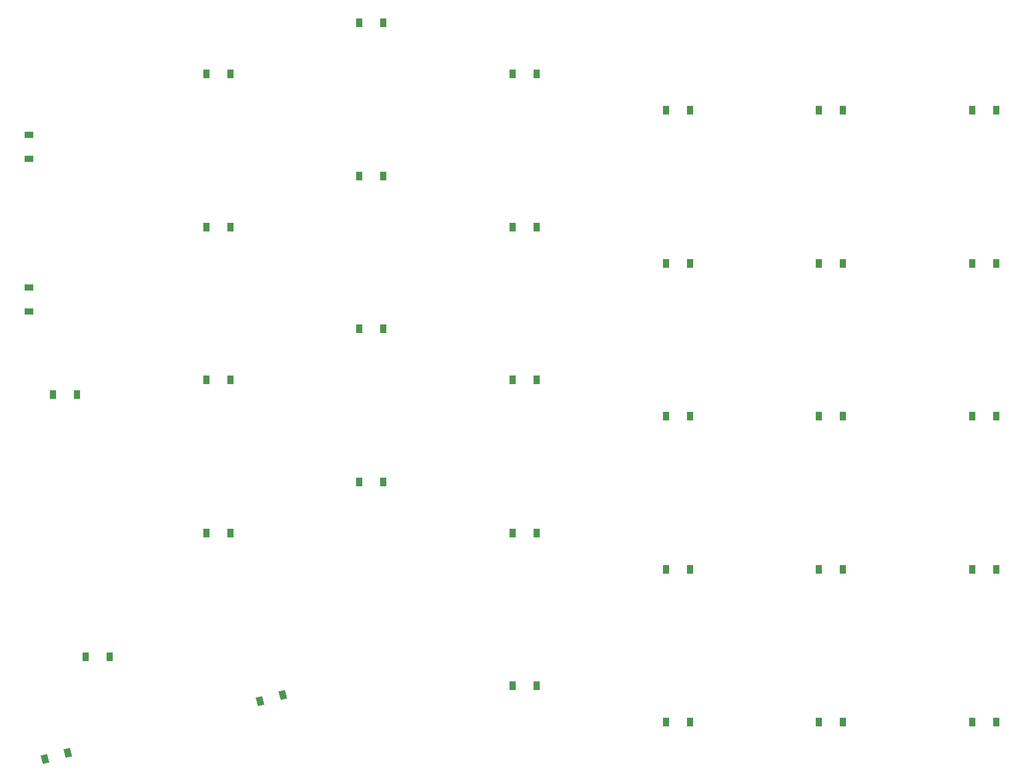
<source format=gbr>
%TF.GenerationSoftware,KiCad,Pcbnew,9.0.3-1.fc42*%
%TF.CreationDate,2025-08-09T15:11:44+02:00*%
%TF.ProjectId,right_traced,72696768-745f-4747-9261-6365642e6b69,v1.0.0*%
%TF.SameCoordinates,Original*%
%TF.FileFunction,Paste,Top*%
%TF.FilePolarity,Positive*%
%FSLAX46Y46*%
G04 Gerber Fmt 4.6, Leading zero omitted, Abs format (unit mm)*
G04 Created by KiCad (PCBNEW 9.0.3-1.fc42) date 2025-08-09 15:11:44*
%MOMM*%
%LPD*%
G01*
G04 APERTURE LIST*
G04 Aperture macros list*
%AMRotRect*
0 Rectangle, with rotation*
0 The origin of the aperture is its center*
0 $1 length*
0 $2 width*
0 $3 Rotation angle, in degrees counterclockwise*
0 Add horizontal line*
21,1,$1,$2,0,0,$3*%
G04 Aperture macros list end*
%ADD10R,0.900000X1.200000*%
%ADD11RotRect,0.900000X1.200000X15.000000*%
%ADD12R,1.200000X0.900000*%
G04 APERTURE END LIST*
D10*
%TO.C,D26*%
X374650000Y-152900000D03*
X377950000Y-152900000D03*
%TD*%
%TO.C,D27*%
X374650000Y-131850000D03*
X377950000Y-131850000D03*
%TD*%
D11*
%TO.C,D29*%
X247207127Y-200027421D03*
X250394683Y-199173321D03*
%TD*%
D10*
%TO.C,D23*%
X353600000Y-110800000D03*
X356900000Y-110800000D03*
%TD*%
%TO.C,D4*%
X269400000Y-105800000D03*
X272700000Y-105800000D03*
%TD*%
%TO.C,D1*%
X269400000Y-168950000D03*
X272700000Y-168950000D03*
%TD*%
%TO.C,D19*%
X353600000Y-195000000D03*
X356900000Y-195000000D03*
%TD*%
%TO.C,D11*%
X311500000Y-147900000D03*
X314800000Y-147900000D03*
%TD*%
D12*
%TO.C,D32*%
X245000000Y-117450000D03*
X245000000Y-114150000D03*
%TD*%
D10*
%TO.C,D5*%
X290450000Y-161950000D03*
X293750000Y-161950000D03*
%TD*%
%TO.C,D8*%
X290450000Y-98800000D03*
X293750000Y-98800000D03*
%TD*%
%TO.C,D28*%
X374650000Y-110800000D03*
X377950000Y-110800000D03*
%TD*%
%TO.C,D13*%
X311500000Y-105800000D03*
X314800000Y-105800000D03*
%TD*%
%TO.C,D3*%
X269400000Y-126850000D03*
X272700000Y-126850000D03*
%TD*%
%TO.C,D18*%
X332550000Y-110800000D03*
X335850000Y-110800000D03*
%TD*%
%TO.C,D7*%
X290450000Y-119850000D03*
X293750000Y-119850000D03*
%TD*%
%TO.C,D21*%
X353600000Y-152900000D03*
X356900000Y-152900000D03*
%TD*%
%TO.C,D9*%
X311500000Y-190000000D03*
X314800000Y-190000000D03*
%TD*%
%TO.C,D16*%
X332550000Y-152900000D03*
X335850000Y-152900000D03*
%TD*%
%TO.C,D25*%
X374650000Y-173950000D03*
X377950000Y-173950000D03*
%TD*%
D12*
%TO.C,D31*%
X245000000Y-138500000D03*
X245000000Y-135200000D03*
%TD*%
D10*
%TO.C,D15*%
X332550000Y-173950000D03*
X335850000Y-173950000D03*
%TD*%
%TO.C,D10*%
X311500000Y-168950000D03*
X314800000Y-168950000D03*
%TD*%
%TO.C,D12*%
X311500000Y-126850000D03*
X314800000Y-126850000D03*
%TD*%
%TO.C,D33*%
X248350000Y-149900000D03*
X251650000Y-149900000D03*
%TD*%
%TO.C,D34*%
X252850000Y-185950000D03*
X256150000Y-185950000D03*
%TD*%
%TO.C,D6*%
X290450000Y-140900000D03*
X293750000Y-140900000D03*
%TD*%
D11*
%TO.C,D30*%
X276740309Y-192114029D03*
X279927865Y-191259929D03*
%TD*%
D10*
%TO.C,D14*%
X332550000Y-195000000D03*
X335850000Y-195000000D03*
%TD*%
%TO.C,D2*%
X269400000Y-147900000D03*
X272700000Y-147900000D03*
%TD*%
%TO.C,D22*%
X353600000Y-131850000D03*
X356900000Y-131850000D03*
%TD*%
%TO.C,D20*%
X353600000Y-173950000D03*
X356900000Y-173950000D03*
%TD*%
%TO.C,D24*%
X374650000Y-195000000D03*
X377950000Y-195000000D03*
%TD*%
%TO.C,D17*%
X332550000Y-131850000D03*
X335850000Y-131850000D03*
%TD*%
M02*

</source>
